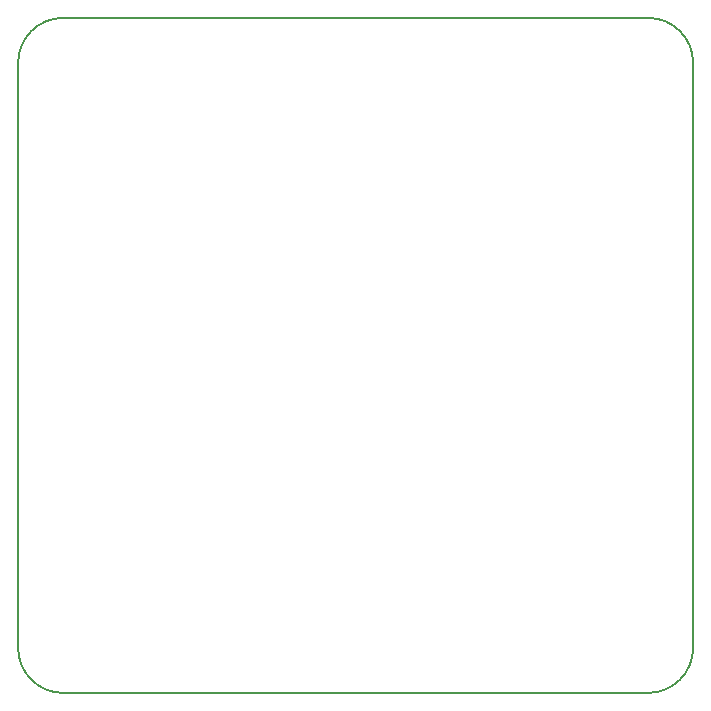
<source format=gbr>
G04 #@! TF.GenerationSoftware,KiCad,Pcbnew,5.1.5-52549c5~84~ubuntu16.04.1*
G04 #@! TF.CreationDate,2019-12-28T13:07:50-05:00*
G04 #@! TF.ProjectId,Chassis_Strain,43686173-7369-4735-9f53-747261696e2e,rev?*
G04 #@! TF.SameCoordinates,Original*
G04 #@! TF.FileFunction,Profile,NP*
%FSLAX46Y46*%
G04 Gerber Fmt 4.6, Leading zero omitted, Abs format (unit mm)*
G04 Created by KiCad (PCBNEW 5.1.5-52549c5~84~ubuntu16.04.1) date 2019-12-28 13:07:50*
%MOMM*%
%LPD*%
G04 APERTURE LIST*
%ADD10C,0.200000*%
G04 APERTURE END LIST*
D10*
X165506400Y-141442440D02*
X165506400Y-91912440D01*
X161696400Y-145252440D02*
X112166400Y-145252440D01*
X161696400Y-88102440D02*
G75*
G02X165506400Y-91912440I0J-3810000D01*
G01*
X108356400Y-141442440D02*
X108356400Y-91912440D01*
X161696400Y-88102440D02*
X112166400Y-88102440D01*
X112166400Y-145252440D02*
G75*
G02X108356400Y-141442440I0J3810000D01*
G01*
X108356400Y-91912440D02*
G75*
G02X112166400Y-88102440I3810000J0D01*
G01*
X165506400Y-141442440D02*
G75*
G02X161696400Y-145252440I-3810000J0D01*
G01*
M02*

</source>
